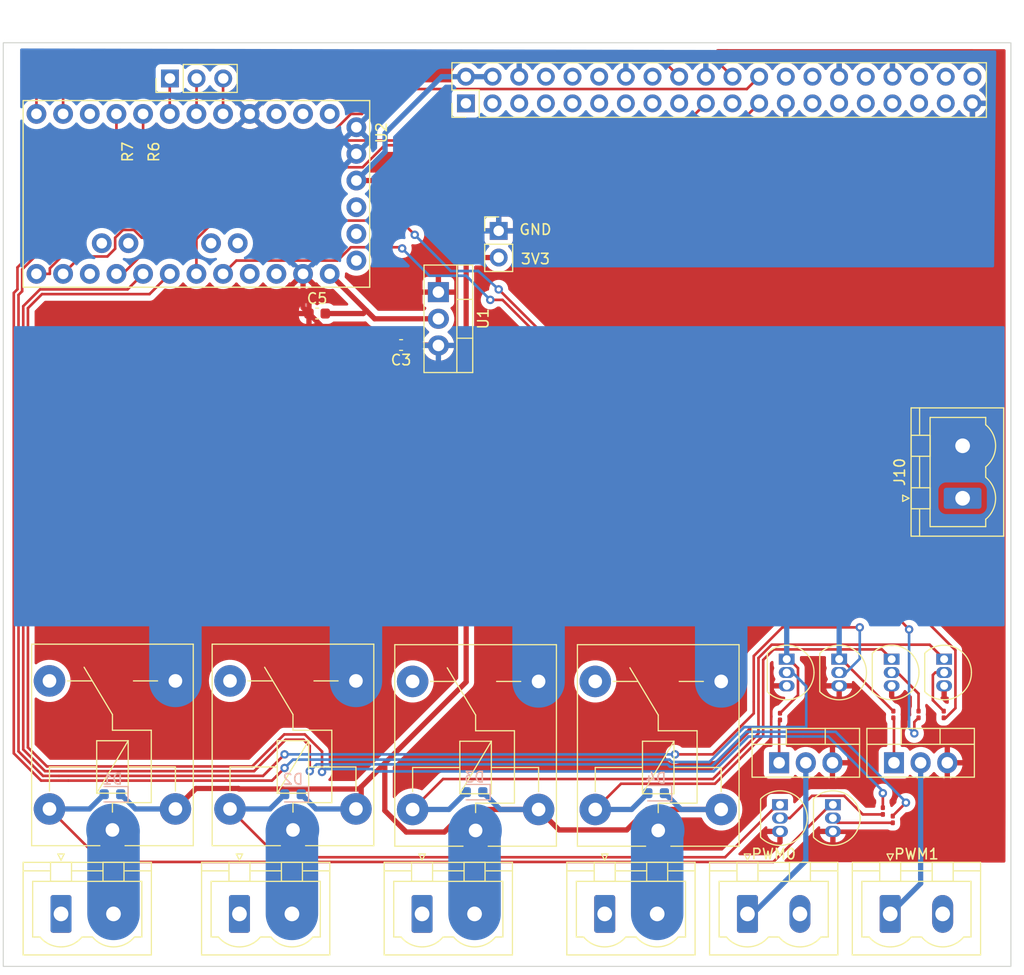
<source format=kicad_pcb>
(kicad_pcb (version 20211014) (generator pcbnew)
  (layers (0 "F.Cu" signal) (31 "B.Cu" signal) (34 "B.Paste" user) (35 "F.Paste" user) (36 "B.SilkS" user "B.Silkscreen") (37 "F.SilkS" user "F.Silkscreen") (38 "B.Mask" user) (39 "F.Mask" user) (44 "Edge.Cuts" user))
  (net 0 "")
  (net 1 "GND")
  (net 2 "+3.3V")
  (net 3 "+12V")
  (net 4 "VDC")
  (net 6 "/RST")
  (net 7 "Net-(D1-Pad2)")
  (net 8 "Net-(D2-Pad2)")
  (net 9 "Net-(D3-Pad2)")
  (net 10 "Net-(D4-Pad2)")
  (net 14 "/CS")
  (net 15 "/DC")
  (net 16 "/CLK")
  (net 17 "/DIN")
  (net 22 "/Relays/RELAY_12V_OUT")
  (net 24 "/Relays1/RELAY_12V_OUT")
  (net 26 "/Relays2/RELAY_12V_OUT")
  (net 28 "/Relays3/RELAY_12V_OUT")
  (net 29 "Net-(J6-Pad1)")
  (net 31 "Net-(J7-Pad1)")
  (net 33 "/ENC_A")
  (net 34 "/ENC_B")
  (net 35 "/ENC_SW")
  (net 40 "Net-(Q1-Pad2)")
  (net 41 "Net-(Q2-Pad2)")
  (net 42 "Net-(Q3-Pad1)")
  (net 43 "Net-(Q4-Pad1)")
  (net 44 "Net-(Q5-Pad2)")
  (net 45 "Net-(Q6-Pad2)")
  (net 46 "Net-(Q7-Pad2)")
  (net 47 "Net-(Q8-Pad2)")
  (net 48 "/PWM_0")
  (net 49 "/PWM_1")
  (net 50 "/RELAY_0")
  (net 51 "/RELAY_1")
  (net 52 "/RELAY_2")
  (net 58 "/RELAY_3")
  (footprint "Resistor_SMD:R_0201_0603Metric" (layer "F.Cu") (at 198.8 113 -90)
    (fp_text reference "R9")
    (fp_text value "10k")
  )
  (footprint "Connector_Phoenix_MSTB:PhoenixContact_MSTBVA_2,5_2-G_1x02_P5.00mm_Vertical" (layer "F.Cu") (at 171.3 132)
    (fp_text reference "J5")
    (fp_text value "Conn_01x02_Male")
  )
  (footprint "Connector_Phoenix_MSTB:PhoenixContact_MSTBVA_2,5_2-G_1x02_P5.00mm_Vertical" (layer "F.Cu") (at 119.5 132)
    (fp_text reference "J2")
    (fp_text value "Conn_01x02_Male")
  )
  (footprint "Connector_Phoenix_MSTB:PhoenixContact_MSTBVA_2,5_2-G_1x02_P5.00mm_Vertical" (layer "F.Cu") (at 136.5 132)
    (fp_text reference "J3")
    (fp_text value "Conn_01x02_Male")
  )
  (footprint "Connector_Phoenix_MSTB:PhoenixContact_MSTBVA_2,5_2-G_1x02_P5.00mm_Vertical" (layer "F.Cu") (at 184.9 132)
    (fp_text reference "J6")
    (fp_text value "Conn_01x02_Male")
  )
  (footprint "Package_TO_SOT_THT:TO-220-3_Vertical" (layer "F.Cu") (at 155.455 72.76 -90)
    (fp_text reference "U1")
    (fp_text value "LM1085-12")
  )
  (footprint "Package_TO_SOT_THT:TO-220-3_Vertical" (layer "F.Cu") (at 187.92 117.6)
    (fp_text reference "Q3")
    (fp_text value "IRLZ44N")
  )
  (footprint "Capacitor_SMD:C_0603_1608Metric" (layer "F.Cu") (at 143.9 74.8)
    (fp_text reference "C5")
    (fp_text value "10u")
  )
  (footprint "Resistor_SMD:R_0201_0603Metric" (layer "F.Cu") (at 201.2 113 90)
    (fp_text reference "R13")
    (fp_text value "1k")
  )
  (footprint "Resistor_SMD:R_0201_0603Metric" (layer "F.Cu") (at 124.8 59.4 -90)
    (fp_text reference "R7")
    (fp_text value "10k")
  )
  (footprint "Connector_PinHeader_2.54mm:PinHeader_2x20_P2.54mm_Vertical" (layer "F.Cu") (at 158.075 54.775 90)
    (fp_text reference "J1")
    (fp_text value "Conn_02x20_Odd_Even")
  )
  (footprint "Resistor_SMD:R_0201_0603Metric" (layer "F.Cu") (at 203.6 113 90)
    (fp_text reference "R12")
    (fp_text value "1k")
  )
  (footprint "Connector_Phoenix_MSTB:PhoenixContact_MSTBVA_2,5_2-G_1x02_P5.00mm_Vertical" (layer "F.Cu") (at 198.5 132)
    (fp_text reference "J7")
    (fp_text value "Conn_01x02_Male")
  )
  (footprint "Relay_THT:Relay_SPDT_Finder_36.11" (layer "F.Cu") (at 159 124.05 90)
    (fp_text reference "K3")
    (fp_text value "FINDER-36.11")
  )
  (footprint "arduino_pro_mini:MODULE_ARDUINO_PRO_MINI" (layer "F.Cu") (at 132.4 63.4 -90)
    (fp_text reference "U2")
    (fp_text value "ARDUINO_PRO_MINI")
  )
  (footprint "Connector_Phoenix_MSTB:PhoenixContact_MSTBVA_2,5_2-G_1x02_P5.00mm_Vertical" (layer "F.Cu") (at 205.4 92.4 90)
    (fp_text reference "J10")
    (fp_text value "Conn_01x02_Male")
  )
  (footprint "Package_TO_SOT_THT:TO-92_Inline" (layer "F.Cu") (at 188.64 107.73 -90)
    (fp_text reference "Q2")
    (fp_text value "BC547")
  )
  (footprint "Resistor_SMD:R_0201_0603Metric" (layer "F.Cu") (at 127.3 59.4 -90)
    (fp_text reference "R6")
    (fp_text value "10k")
  )
  (footprint "Resistor_SMD:R_0201_0603Metric" (layer "F.Cu") (at 188 113.2 -90)
    (fp_text reference "R8")
    (fp_text value "10k")
  )
  (footprint "Package_TO_SOT_THT:TO-92_Inline" (layer "F.Cu") (at 188 121.6 -90)
    (fp_text reference "Q6")
    (fp_text value "BC547")
  )
  (footprint "Connector_PinHeader_2.54mm:PinHeader_1x02_P2.54mm_Vertical" (layer "F.Cu") (at 161.2 66.925)
    (fp_text reference "J9")
    (fp_text value "Conn_01x02_Male")
  )
  (footprint "Resistor_SMD:R_0201_0603Metric" (layer "F.Cu") (at 197.8 122.2 -90)
    (fp_text reference "R11")
    (fp_text value "1k")
  )
  (footprint "Resistor_SMD:R_0201_0603Metric" (layer "F.Cu") (at 198.745 123 -90)
    (fp_text reference "R10")
    (fp_text value "1k")
  )
  (footprint "Capacitor_SMD:C_0603_1608Metric" (layer "F.Cu") (at 151.9 77.8 180)
    (fp_text reference "C3")
    (fp_text value "10u")
  )
  (footprint "Package_TO_SOT_THT:TO-220-3_Vertical" (layer "F.Cu") (at 198.86 117.6)
    (fp_text reference "Q4")
    (fp_text value "IRLZ44N")
  )
  (footprint "Package_TO_SOT_THT:TO-92_Inline" (layer "F.Cu") (at 198.64 107.73 -90)
    (fp_text reference "Q8")
    (fp_text value "BC547")
  )
  (footprint "Connector_PinHeader_2.54mm:PinHeader_1x03_P2.54mm_Vertical" (layer "F.Cu") (at 129.875 52.4 90)
    (fp_text reference "J8")
    (fp_text value "Conn_01x03_Male")
  )
  (footprint "Package_TO_SOT_THT:TO-92_Inline" (layer "F.Cu") (at 193.04 121.6 -90)
    (fp_text reference "Q5")
    (fp_text value "BC547")
  )
  (footprint "Package_TO_SOT_THT:TO-92_Inline" (layer "F.Cu") (at 193.64 107.73 -90)
    (fp_text reference "Q1")
    (fp_text value "BC547")
  )
  (footprint "Relay_THT:Relay_SPDT_Finder_36.11" (layer "F.Cu") (at 141.6 124 90)
    (fp_text reference "K2")
    (fp_text value "FINDER-36.11")
  )
  (footprint "Package_TO_SOT_THT:TO-92_Inline" (layer "F.Cu") (at 203.64 107.73 -90)
    (fp_text reference "Q7")
    (fp_text value "BC547")
  )
  (footprint "Relay_THT:Relay_SPDT_Finder_36.11" (layer "F.Cu") (at 176.4 124.05 90)
    (fp_text reference "K4")
    (fp_text value "FINDER-36.11")
  )
  (footprint "Relay_THT:Relay_SPDT_Finder_36.11" (layer "F.Cu") (at 124.4 124 90)
    (fp_text reference "K1")
    (fp_text value "FINDER-36.11")
  )
  (footprint "Connector_Phoenix_MSTB:PhoenixContact_MSTBVA_2,5_2-G_1x02_P5.00mm_Vertical" (layer "F.Cu") (at 153.9 132)
    (fp_text reference "J4")
    (fp_text value "Conn_01x02_Male")
  )
  (footprint "Diode_SMD:D_0603_1608Metric" (layer "B.Cu") (at 158.9 120.4 180)
    (fp_text reference "D3")
    (fp_text value "D")
  )
  (footprint "Diode_SMD:D_0603_1608Metric" (layer "B.Cu") (at 124.4 120.6 180)
    (fp_text reference "D1")
    (fp_text value "D")
  )
  (footprint "Diode_SMD:D_0603_1608Metric" (layer "B.Cu") (at 141.6 120.6 180)
    (fp_text reference "D2")
    (fp_text value "D")
  )
  (footprint "Diode_SMD:D_0603_1608Metric" (layer "B.Cu") (at 176.2 120.5 180)
    (fp_text reference "D4")
    (fp_text value "D")
  )
  (gr_rect locked (start 114 49) (end 210 137) (layer "Edge.Cuts") (width 0.1) (fill none))
  (gr_text "GND" (at 164.7 66.8) (layer "F.SilkS") (effects (font (size 1 1))))
  (gr_text "3V3" (at 164.7 69.6) (layer "F.SilkS") (effects (font (size 1 1))))
  (gr_text "PWM1" (at 201 126.3) (layer "F.SilkS") (effects (font (size 1 1))))
  (gr_text "PWM0" (at 187.4 126.3) (layer "F.SilkS") (effects (font (size 1 1))))
  (segment (start 142.56 71.02) (end 142.56 74.235) (width 0.5) (layer "F.Cu") (net 1))
  (segment (start 151.125 77.8) (end 146.125 77.8) (width 0.5) (layer "F.Cu") (net 1))
  (segment (start 146.125 77.8) (end 143.125 74.8) (width 0.5) (layer "F.Cu") (net 1))
  (segment (start 205.4 92.4) (end 201.6 92.4) (width 5) (layer "F.Cu") (net 1))
  (segment (start 142.56 74.235) (end 143.125 74.8) (width 0.5) (layer "F.Cu") (net 1))
  (segment (start 150.73 62.13) (end 158.1 69.5) (width 0.5) (layer "F.Cu") (net 2))
  (segment (start 136.457717 120.1) (end 136.407717 120.05) (width 0.5) (layer "F.Cu") (net 2))
  (segment (start 150.35 117.65) (end 148.1 119.9) (width 0.5) (layer "F.Cu") (net 2))
  (segment (start 148.1 119.9) (end 147.9 120.1) (width 0.5) (layer "F.Cu") (net 2))
  (segment (start 148.1 121.5) (end 147.6 122) (width 0.5) (layer "F.Cu") (net 2))
  (segment (start 132.35 120.05) (end 130.4 122) (width 0.5) (layer "F.Cu") (net 2))
  (segment (start 158.1 69.5) (end 158.1 109.9) (width 0.5) (layer "F.Cu") (net 2))
  (segment (start 152.392283 124.2) (end 156.025 124.2) (width 0.5) (layer "F.Cu") (net 2))
  (segment (start 147.9 120.1) (end 136.457717 120.1) (width 0.5) (layer "F.Cu") (net 2))
  (segment (start 158.175 122.05) (end 165 122.05) (width 0.5) (layer "F.Cu") (net 2))
  (segment (start 166.95 124) (end 173.4 124) (width 0.5) (layer "F.Cu") (net 2))
  (segment (start 156.025 124.2) (end 158.175 122.05) (width 0.5) (layer "F.Cu") (net 2))
  (segment (start 150.35 122.157717) (end 152.392283 124.2) (width 0.5) (layer "F.Cu") (net 2))
  (segment (start 158.135 69.465) (end 161.2 69.465) (width 0.5) (layer "F.Cu") (net 2))
  (segment (start 147.64 62.13) (end 150.73 62.13) (width 0.5) (layer "F.Cu") (net 2))
  (segment (start 173.4 124) (end 175.35 122.05) (width 0.5) (layer "F.Cu") (net 2))
  (segment (start 165 122.05) (end 166.95 124) (width 0.5) (layer "F.Cu") (net 2))
  (segment (start 150.35 117.65) (end 150.35 122.157717) (width 0.5) (layer "F.Cu") (net 2))
  (segment (start 175.35 122.05) (end 182.4 122.05) (width 0.5) (layer "F.Cu") (net 2))
  (segment (start 158.1 69.5) (end 158.135 69.465) (width 0.5) (layer "F.Cu") (net 2))
  (segment (start 148.1 119.9) (end 148.1 121.5) (width 0.5) (layer "F.Cu") (net 2))
  (segment (start 136.407717 120.05) (end 132.35 120.05) (width 0.5) (layer "F.Cu") (net 2))
  (segment (start 158.1 109.9) (end 150.35 117.65) (width 0.5) (layer "F.Cu") (net 2))
  (segment (start 178.57193 122.05) (end 182.4 122.05) (width 0.5) (layer "B.Cu") (net 2))
  (segment (start 159.6875 120.4) (end 161.3375 122.05) (width 0.5) (layer "B.Cu") (net 2))
  (segment (start 155.765 52.235) (end 158.075 52.235) (width 0.5) (layer "B.Cu") (net 2))
  (segment (start 160.615 52.235) (end 158.075 52.235) (width 0.5) (layer "B.Cu") (net 2))
  (segment (start 150.375 59.395) (end 150.375 57.625) (width 0.5) (layer "B.Cu") (net 2))
  (segment (start 161.3375 122.05) (end 165 122.05) (width 0.5) (layer "B.Cu") (net 2))
  (segment (start 147.64 62.13) (end 150.375 59.395) (width 0.5) (layer "B.Cu") (net 2))
  (segment (start 126.5875 122) (end 130.4 122) (width 0.5) (layer "B.Cu") (net 2))
  (segment (start 150.375 57.625) (end 155.765 52.235) (width 0.5) (layer "B.Cu") (net 2))
  (segment (start 143.7875 122) (end 147.6 122) (width 0.5) (layer "B.Cu") (net 2))
  (segment (start 125.1875 120.6) (end 126.5875 122) (width 0.5) (layer "B.Cu") (net 2))
  (segment (start 177.02193 120.5) (end 178.57193 122.05) (width 0.5) (layer "B.Cu") (net 2))
  (segment (start 176.9875 120.5) (end 177.02193 120.5) (width 0.5) (layer "B.Cu") (net 2))
  (segment (start 142.3875 120.6) (end 143.7875 122) (width 0.5) (layer "B.Cu") (net 2))
  (segment (start 145.1 71.02) (end 148.59 74.51) (width 0.5) (layer "F.Cu") (net 3))
  (segment (start 144.675 74.8) (end 148.3 74.8) (width 0.5) (layer "F.Cu") (net 3))
  (segment (start 148.3 74.8) (end 148.59 74.51) (width 0.5) (layer "F.Cu") (net 3))
  (segment (start 149.38 75.3) (end 155.455 75.3) (width 0.5) (layer "F.Cu") (net 3))
  (segment (start 148.59 74.51) (end 149.38 75.3) (width 0.5) (layer "F.Cu") (net 3))
  (segment (start 155.415 77.8) (end 155.455 77.84) (width 0.5) (layer "F.Cu") (net 4))
  (segment (start 189.715 108.58) (end 188.865 107.73) (width 0.25) (layer "F.Cu") (net 4))
  (segment (start 152.675 77.8) (end 155.415 77.8) (width 0.5) (layer "F.Cu") (net 4))
  (segment (start 198.8 112.68) (end 193.85 107.73) (width 0.25) (layer "F.Cu") (net 4))
  (segment (start 189.715 111.165) (end 189.715 108.58) (width 0.25) (layer "F.Cu") (net 4))
  (segment (start 188.865 107.73) (end 188.64 107.73) (width 0.25) (layer "F.Cu") (net 4))
  (segment (start 188 112.88) (end 189.715 111.165) (width 0.25) (layer "F.Cu") (net 4))
  (segment (start 193.85 107.73) (end 193.64 107.73) (width 0.25) (layer "F.Cu") (net 4))
  (segment (start 130.4 101.2) (end 130.4 109.8) (width 5) (layer "B.Cu") (net 4))
  (segment (start 182.4 99) (end 165.6 99) (width 5) (layer "B.Cu") (net 4))
  (segment (start 165 109.85) (end 165 99.6) (width 5) (layer "B.Cu") (net 4))
  (segment (start 182.4 109.85) (end 182.4 99) (width 5) (layer "B.Cu") (net 4))
  (segment (start 130.4 101.2) (end 132.6 99) (width 5) (layer "B.Cu") (net 4))
  (segment (start 165.6 99) (end 132.6 99) (width 5) (layer "B.Cu") (net 4))
  (segment (start 193.64 107.73) (end 193.64 104.04) (width 0.5) (layer "B.Cu") (net 4))
  (segment (start 205.4 87.4) (end 202.5 87.4) (width 5) (layer "B.Cu") (net 4))
  (segment (start 188.64 107.73) (end 188.64 104.04) (width 0.5) (layer "B.Cu") (net 4))
  (segment (start 165 99.6) (end 165.6 99) (width 5) (layer "B.Cu") (net 4))
  (segment (start 147.6 109.8) (end 147.6 101.2) (width 5) (layer "B.Cu") (net 4))
  (segment (start 120 50.2) (end 181.44 50.2) (width 0.25) (layer "F.Cu") (net 6))
  (segment (start 117.16 53.04) (end 120 50.2) (width 0.25) (layer "F.Cu") (net 6))
  (segment (start 181.44 50.2) (end 183.475 52.235) (width 0.25) (layer "F.Cu") (net 6))
  (segment (start 117.16 55.78) (end 117.16 53.04) (width 0.25) (layer "F.Cu") (net 6))
  (segment (start 123.45 127.05) (end 118.4 122) (width 0.25) (layer "F.Cu") (net 7))
  (segment (start 193.04 121.6) (end 192.815 121.6) (width 0.25) (layer "F.Cu") (net 7))
  (segment (start 192.815 121.6) (end 187.365 127.05) (width 0.25) (layer "F.Cu") (net 7))
  (segment (start 187.365 127.05) (end 123.45 127.05) (width 0.25) (layer "F.Cu") (net 7))
  (segment (start 123.6125 120.6) (end 122.2125 122) (width 0.5) (layer "B.Cu") (net 7))
  (segment (start 122.2125 122) (end 118.4 122) (width 0.5) (layer "B.Cu") (net 7))
  (segment (start 140.2 126.6) (end 135.6 122) (width 0.25) (layer "F.Cu") (net 8))
  (segment (start 182.775 126.6) (end 140.2 126.6) (width 0.25) (layer "F.Cu") (net 8))
  (segment (start 188 121.6) (end 187.775 121.6) (width 0.25) (layer "F.Cu") (net 8))
  (segment (start 187.775 121.6) (end 182.775 126.6) (width 0.25) (layer "F.Cu") (net 8))
  (segment (start 140.8125 120.6) (end 139.4125 122) (width 0.5) (layer "B.Cu") (net 8))
  (segment (start 139.4125 122) (end 135.6 122) (width 0.5) (layer "B.Cu") (net 8))
  (segment (start 181.613604 119.15) (end 155.9 119.15) (width 0.25) (layer "F.Cu") (net 9))
  (segment (start 185.95 107.613604) (end 185.95 114.813604) (width 0.25) (layer "F.Cu") (net 9))
  (segment (start 202.26 106.35) (end 187.213604 106.35) (width 0.25) (layer "F.Cu") (net 9))
  (segment (start 155.9 119.15) (end 153 122.05) (width 0.25) (layer "F.Cu") (net 9))
  (segment (start 185.95 114.813604) (end 181.613604 119.15) (width 0.25) (layer "F.Cu") (net 9))
  (segment (start 203.64 107.73) (end 202.26 106.35) (width 0.25) (layer "F.Cu") (net 9))
  (segment (start 187.213604 106.35) (end 185.95 107.613604) (width 0.25) (layer "F.Cu") (net 9))
  (segment (start 156.4625 122.05) (end 153 122.05) (width 0.5) (layer "B.Cu") (net 9))
  (segment (start 158.1125 120.4) (end 156.4625 122.05) (width 0.5) (layer "B.Cu") (net 9))
  (segment (start 172.85 119.6) (end 170.4 122.05) (width 0.25) (layer "F.Cu") (net 10))
  (segment (start 186.4 107.8) (end 186.4 115) (width 0.25) (layer "F.Cu") (net 10))
  (segment (start 197.71 106.8) (end 187.4 106.8) (width 0.25) (layer "F.Cu") (net 10))
  (segment (start 186.4 115) (end 181.8 119.6) (width 0.25) (layer "F.Cu") (net 10))
  (segment (start 181.8 119.6) (end 172.85 119.6) (width 0.25) (layer "F.Cu") (net 10))
  (segment (start 187.4 106.8) (end 186.4 107.8) (width 0.25) (layer "F.Cu") (net 10))
  (segment (start 198.64 107.73) (end 197.71 106.8) (width 0.25) (layer "F.Cu") (net 10))
  (segment (start 175.4125 120.5) (end 173.8625 122.05) (width 0.5) (layer "B.Cu") (net 10))
  (segment (start 173.8625 122.05) (end 170.4 122.05) (width 0.5) (layer "B.Cu") (net 10))
  (segment (start 140.7 62.2) (end 140.701302 62.2) (width 0.25) (layer "F.Cu") (net 14))
  (segment (start 128.002106 67.125102) (end 132.627208 62.5) (width 0.25) (layer "F.Cu") (net 14))
  (segment (start 132.627208 62.5) (end 140.3 62.5) (width 0.25) (layer "F.Cu") (net 14))
  (segment (start 127.374196 67.125102) (end 128.002106 67.125102) (width 0.25) (layer "F.Cu") (net 14))
  (segment (start 140.701302 62.2) (end 147.116102 55.7852) (width 0.25) (layer "F.Cu") (net 14))
  (segment (start 118.4352 71.02) (end 118.4352 70.496102) (width 0.25) (layer "F.Cu") (net 14))
  (segment (start 117.16 71.02) (end 118.4352 71.02) (width 0.25) (layer "F.Cu") (net 14))
  (segment (start 184.84 53.41) (end 186.015 52.235) (width 0.25) (layer "F.Cu") (net 14))
  (segment (start 118.4352 70.496102) (end 122.547102 66.3842) (width 0.25) (layer "F.Cu") (net 14))
  (segment (start 140.4 62.5) (end 140.7 62.2) (width 0.25) (layer "F.Cu") (net 14))
  (segment (start 150.539098 53.41) (end 184.84 53.41) (width 0.25) (layer "F.Cu") (net 14))
  (segment (start 126.633294 66.3842) (end 127.374196 67.125102) (width 0.25) (layer "F.Cu") (net 14))
  (segment (start 147.116102 55.7852) (end 148.163898 55.7852) (width 0.25) (layer "F.Cu") (net 14))
  (segment (start 122.547102 66.3842) (end 126.633294 66.3842) (width 0.25) (layer "F.Cu") (net 14))
  (segment (start 148.163898 55.7852) (end 150.539098 53.41) (width 0.25) (layer "F.Cu") (net 14))
  (segment (start 176.81 50.65) (end 178.395 52.235) (width 0.25) (layer "F.Cu") (net 15))
  (segment (start 119.7 53.35) (end 122.4 50.65) (width 0.25) (layer "F.Cu") (net 15))
  (segment (start 122.4 50.65) (end 176.81 50.65) (width 0.25) (layer "F.Cu") (net 15))
  (segment (start 119.7 55.78) (end 119.7 53.35) (width 0.25) (layer "F.Cu") (net 15))
  (segment (start 148.2348 60.8652) (end 150.3352 58.7648) (width 0.25) (layer "F.Cu") (net 16))
  (segment (start 183.94 56.85) (end 186.015 54.775) (width 0.25) (layer "F.Cu") (net 16))
  (segment (start 125.38 71.02) (end 133 63.4) (width 0.25) (layer "F.Cu") (net 16))
  (segment (start 156.686396 56.85) (end 183.94 56.85) (width 0.25) (layer "F.Cu") (net 16))
  (segment (start 140.774094 63.4) (end 143.308894 60.8652) (width 0.25) (layer "F.Cu") (net 16))
  (segment (start 133 63.4) (end 140.774094 63.4) (width 0.25) (layer "F.Cu") (net 16))
  (segment (start 143.308894 60.8652) (end 148.2348 60.8652) (width 0.25) (layer "F.Cu") (net 16))
  (segment (start 150.3352 58.7648) (end 154.771596 58.7648) (width 0.25) (layer "F.Cu") (net 16))
  (segment (start 124.78 71.02) (end 125.38 71.02) (width 0.25) (layer "F.Cu") (net 16))
  (segment (start 154.771596 58.7648) (end 156.686396 56.85) (width 0.25) (layer "F.Cu") (net 16))
  (segment (start 132.813604 62.95) (end 140.587698 62.95) (width 0.25) (layer "F.Cu") (net 17))
  (segment (start 124.6582 68.622898) (end 124.6582 67.575102) (width 0.25) (layer "F.Cu") (net 17))
  (segment (start 119.7 71.02) (end 121.3562 69.3638) (width 0.25) (layer "F.Cu") (net 17))
  (segment (start 121.3562 69.3638) (end 123.917298 69.3638) (width 0.25) (layer "F.Cu") (net 17))
  (segment (start 123.917298 69.3638) (end 124.6582 68.622898) (width 0.25) (layer "F.Cu") (net 17))
  (segment (start 128.188502 67.575102) (end 132.813604 62.95) (width 0.25) (layer "F.Cu") (net 17))
  (segment (start 154.5852 58.3148) (end 156.5 56.4) (width 0.25) (layer "F.Cu") (net 17))
  (segment (start 124.6582 67.575102) (end 125.399102 66.8342) (width 0.25) (layer "F.Cu") (net 17))
  (segment (start 140.587698 62.95) (end 145.222898 58.3148) (width 0.25) (layer "F.Cu") (net 17))
  (segment (start 145.222898 58.3148) (end 154.5852 58.3148) (width 0.25) (layer "F.Cu") (net 17))
  (segment (start 156.5 56.4) (end 179.31 56.4) (width 0.25) (layer "F.Cu") (net 17))
  (segment (start 125.399102 66.8342) (end 126.446898 66.8342) (width 0.25) (layer "F.Cu") (net 17))
  (segment (start 127.1878 67.575102) (end 128.188502 67.575102) (width 0.25) (layer "F.Cu") (net 17))
  (segment (start 126.446898 66.8342) (end 127.1878 67.575102) (width 0.25) (layer "F.Cu") (net 17))
  (segment (start 179.31 56.4) (end 180.935 54.775) (width 0.25) (layer "F.Cu") (net 17))
  (segment (start 124.5 132) (end 124.5 124.1) (width 5) (layer "B.Cu") (net 22))
  (segment (start 124.5 124.1) (end 124.4 124) (width 5) (layer "B.Cu") (net 22))
  (segment (start 141.5 124.1) (end 141.6 124) (width 5) (layer "B.Cu") (net 24))
  (segment (start 141.5 132) (end 141.5 124.1) (width 5) (layer "B.Cu") (net 24))
  (segment (start 158.9 124.15) (end 159 124.05) (width 5) (layer "B.Cu") (net 26))
  (segment (start 158.9 132) (end 158.9 124.15) (width 5) (layer "B.Cu") (net 26))
  (segment (start 176.3 132) (end 176.3 124.15) (width 5) (layer "B.Cu") (net 28))
  (segment (start 176.3 124.15) (end 176.4 124.05) (width 5) (layer "B.Cu") (net 28))
  (segment (start 184.9 132) (end 185.4 132) (width 0.5) (layer "B.Cu") (net 29))
  (segment (start 190.46 126.94) (end 190.46 117.6) (width 0.5) (layer "B.Cu") (net 29))
  (segment (start 185.4 132) (end 190.46 126.94) (width 0.5) (layer "B.Cu") (net 29))
  (segment (start 201.4 129.1) (end 198.5 132) (width 0.5) (layer "B.Cu") (net 31))
  (segment (start 201.4 117.6) (end 201.4 129.1) (width 0.5) (layer "B.Cu") (net 31))
  (segment (start 132.415 55.765) (end 132.4 55.78) (width 0.25) (layer "F.Cu") (net 33))
  (segment (start 132.415 52.6) (end 132.415 55.765) (width 0.25) (layer "F.Cu") (net 33))
  (segment (start 129.86 52.615) (end 129.875 52.6) (width 0.25) (layer "F.Cu") (net 34))
  (segment (start 129.86 55.78) (end 129.86 52.615) (width 0.25) (layer "F.Cu") (net 34))
  (segment (start 134.94 52.615) (end 134.955 52.6) (width 0.25) (layer "F.Cu") (net 35))
  (segment (start 134.94 55.78) (end 134.94 52.615) (width 0.25) (layer "F.Cu") (net 35))
  (segment (start 117.786396 118.85) (end 119.3 118.85) (width 0.25) (layer "F.Cu") (net 40))
  (segment (start 126.671302 59.72) (end 115.8 70.591302) (width 0.25) (layer "F.Cu") (net 40))
  (segment (start 185.5 112.9) (end 185.5 111.8) (width 0.25) (layer "F.Cu") (net 40))
  (segment (start 188.227208 104.7) (end 195.6 104.7) (width 0.25) (layer "F.Cu") (net 40))
  (segment (start 185.5 107.427208) (end 188.227208 104.7) (width 0.25) (layer "F.Cu") (net 40))
  (segment (start 178 116.8) (end 181.6 116.8) (width 0.25) (layer "F.Cu") (net 40))
  (segment (start 127.3 59.72) (end 126.671302 59.72) (width 0.25) (layer "F.Cu") (net 40))
  (segment (start 181.6 116.8) (end 185.5 112.9) (width 0.25) (layer "F.Cu") (net 40))
  (segment (start 115.8 72.672792) (end 115.45 73.022792) (width 0.25) (layer "F.Cu") (net 40))
  (segment (start 115.45 73.022792) (end 115.45 116.513604) (width 0.25) (layer "F.Cu") (net 40))
  (segment (start 138.75 118.85) (end 140.8 116.8) (width 0.25) (layer "F.Cu") (net 40))
  (segment (start 185.5 111.8) (end 185.5 107.427208) (width 0.25) (layer "F.Cu") (net 40))
  (segment (start 115.45 116.513604) (end 117.786396 118.85) (width 0.25) (layer "F.Cu") (net 40))
  (segment (start 115.8 70.591302) (end 115.8 72.672792) (width 0.25) (layer "F.Cu") (net 40))
  (segment (start 119.3 118.85) (end 138.75 118.85) (width 0.25) (layer "F.Cu") (net 40))
  (via (at 195.6 104.7) (size 0.8) (drill 0.4) (layers "F.Cu" "B.Cu") (net 40))
  (via (at 178 116.8) (size 0.8) (drill 0.4) (layers "F.Cu" "B.Cu") (net 40))
  (via (at 140.8 116.8) (size 0.8) (drill 0.4) (layers "F.Cu" "B.Cu") (net 40))
  (segment (start 195.6 107.695) (end 194.295 109) (width 0.25) (layer "B.Cu") (net 40))
  (segment (start 194.295 109) (end 193.64 109) (width 0.25) (layer "B.Cu") (net 40))
  (segment (start 140.8 116.8) (end 178 116.8) (width 0.25) (layer "B.Cu") (net 40))
  (segment (start 195.6 104.7) (end 195.6 107.695) (width 0.25) (layer "B.Cu") (net 40))
  (segment (start 120.2 119.3) (end 139.6 119.3) (width 0.25) (layer "F.Cu") (net 41))
  (segment (start 124.8 59.72) (end 124.8 60.954906) (width 0.25) (layer "F.Cu") (net 41))
  (segment (start 139.6 119.3) (end 140.8 118.1) (width 0.25) (layer "F.Cu") (net 41))
  (segment (start 115.35 70.404906) (end 115.35 72.486396) (width 0.25) (layer "F.Cu") (net 41))
  (segment (start 115 116.7) (end 117.6 119.3) (width 0.25) (layer "F.Cu") (net 41))
  (segment (start 124.8 60.954906) (end 115.35 70.404906) (width 0.25) (layer "F.Cu") (net 41))
  (segment (start 115 72.836396) (end 115 116.7) (width 0.25) (layer "F.Cu") (net 41))
  (segment (start 117.6 119.3) (end 120.2 119.3) (width 0.25) (layer "F.Cu") (net 41))
  (segment (start 115.35 72.486396) (end 115 72.836396) (width 0.25) (layer "F.Cu") (net 41))
  (via (at 140.8 118.1) (size 0.8) (drill 0.4) (layers "F.Cu" "B.Cu") (net 41))
  (segment (start 141.6 117.3) (end 177.474695 117.3) (width 0.25) (layer "B.Cu") (net 41))
  (segment (start 190.245 110.055) (end 189.19 109) (width 0.25) (layer "B.Cu") (net 41))
  (segment (start 177.474695 117.3) (end 177.699695 117.525) (width 0.25) (layer "B.Cu") (net 41))
  (segment (start 140.8 118.1) (end 141.6 117.3) (width 0.25) (layer "B.Cu") (net 41))
  (segment (start 177.699695 117.525) (end 181.275 117.525) (width 0.25) (layer "B.Cu") (net 41))
  (segment (start 190.5 110.31) (end 190.245 110.055) (width 0.25) (layer "B.Cu") (net 41))
  (segment (start 184.6 114.2) (end 190.5 114.2) (width 0.25) (layer "B.Cu") (net 41))
  (segment (start 190.5 114.2) (end 190.5 110.31) (width 0.25) (layer "B.Cu") (net 41))
  (segment (start 181.275 117.525) (end 184.6 114.2) (width 0.25) (layer "B.Cu") (net 41))
  (segment (start 189.19 109) (end 188.64 109) (width 0.25) (layer "B.Cu") (net 41))
  (segment (start 187.92 113.6) (end 187.92 117.6) (width 0.25) (layer "F.Cu") (net 42))
  (segment (start 188 113.52) (end 187.92 113.6) (width 0.25) (layer "F.Cu") (net 42))
  (segment (start 198.8 113.32) (end 198.86 113.38) (width 0.25) (layer "F.Cu") (net 43))
  (segment (start 198.86 113.38) (end 198.86 117.6) (width 0.25) (layer "F.Cu") (net 43))
  (segment (start 193.49 123.32) (end 193.04 122.87) (width 0.25) (layer "F.Cu") (net 44))
  (segment (start 198.745 123.32) (end 193.49 123.32) (width 0.25) (layer "F.Cu") (net 44))
  (segment (start 194.115 120.75) (end 191.05 120.75) (width 0.25) (layer "F.Cu") (net 45))
  (segment (start 197.8 122.52) (end 195.885 122.52) (width 0.25) (layer "F.Cu") (net 45))
  (segment (start 195.885 122.52) (end 194.115 120.75) (width 0.25) (layer "F.Cu") (net 45))
  (segment (start 191.05 120.75) (end 188.93 122.87) (width 0.25) (layer "F.Cu") (net 45))
  (segment (start 188.93 122.87) (end 188 122.87) (width 0.25) (layer "F.Cu") (net 45))
  (segment (start 203.6 112.68) (end 202.565 111.645) (width 0.25) (layer "F.Cu") (net 46))
  (segment (start 202.565 109.235) (end 202.8 109) (width 0.25) (layer "F.Cu") (net 46))
  (segment (start 202.565 111.645) (end 202.565 109.235) (width 0.25) (layer "F.Cu") (net 46))
  (segment (start 202.8 109) (end 203.64 109) (width 0.25) (layer "F.Cu") (net 46))
  (segment (start 199.19 109) (end 198.64 109) (width 0.25) (layer "F.Cu") (net 47))
  (segment (start 201.2 111.01) (end 199.19 109) (width 0.25) (layer "F.Cu") (net 47))
  (segment (start 201.2 112.68) (end 201.2 111.01) (width 0.25) (layer "F.Cu") (net 47))
  (segment (start 127.32 59) (end 127.32 55.78) (width 0.25) (layer "F.Cu") (net 48))
  (segment (start 124.78 58.96) (end 124.78 55.78) (width 0.25) (layer "F.Cu") (net 49))
  (segment (start 118.6 118.4) (end 137.9 118.4) (width 0.25) (layer "F.Cu") (net 50))
  (segment (start 115.9 74.1) (end 115.9 116.327208) (width 0.25) (layer "F.Cu") (net 50))
  (segment (start 127.32 71.02) (end 125.84 72.5) (width 0.25) (layer "F.Cu") (net 50))
  (segment (start 143.2 116) (end 143.2 118.4) (width 0.25) (layer "F.Cu") (net 50))
  (segment (start 198.745 122.655) (end 200 121.4) (width 0.25) (layer "F.Cu") (net 50))
  (segment (start 125.84 72.5) (end 117.5 72.5) (width 0.25) (layer "F.Cu") (net 50))
  (segment (start 142.9 115.7) (end 143.2 116) (width 0.25) (layer "F.Cu") (net 50))
  (segment (start 117.5 72.5) (end 115.9 74.1) (width 0.25) (layer "F.Cu") (net 50))
  (segment (start 140.9 115.4) (end 142.6 115.4) (width 0.25) (layer "F.Cu") (net 50))
  (segment (start 117.972792 118.4) (end 118.6 118.4) (width 0.25) (layer "F.Cu") (net 50))
  (segment (start 115.9 116.327208) (end 117.972792 118.4) (width 0.25) (layer "F.Cu") (net 50))
  (segment (start 142.6 115.4) (end 142.9 115.7) (width 0.25) (layer "F.Cu") (net 50))
  (segment (start 137.9 118.4) (end 140.9 115.4) (width 0.25) (layer "F.Cu") (net 50))
  (segment (start 198.745 122.68) (end 198.745 122.655) (width 0.25) (layer "F.Cu") (net 50))
  (via (at 200 121.4) (size 0.8) (drill 0.4) (layers "F.Cu" "B.Cu") (net 50))
  (via (at 143.2 118.4) (size 0.8) (drill 0.4) (layers "F.Cu" "B.Cu") (net 50))
  (segment (start 200 121.3425) (end 200 121.4) (width 0.25) (layer "B.Cu") (net 50))
  (segment (start 143.85 117.75) (end 177.288299 117.75) (width 0.25) (layer "B.Cu") (net 50))
  (segment (start 143.2 118.4) (end 143.85 117.75) (width 0.25) (layer "B.Cu") (net 50))
  (segment (start 177.288299 117.75) (end 177.513299 117.975) (width 0.25) (layer "B.Cu") (net 50))
  (segment (start 184.786396 114.65) (end 193.3075 114.65) (width 0.25) (layer "B.Cu") (net 50))
  (segment (start 181.461396 117.975) (end 184.786396 114.65) (width 0.25) (layer "B.Cu") (net 50))
  (segment (start 177.513299 117.975) (end 181.461396 117.975) (width 0.25) (layer "B.Cu") (net 50))
  (segment (start 193.3075 114.65) (end 200 121.3425) (width 0.25) (layer "B.Cu") (net 50))
  (segment (start 117.686396 72.95) (end 127.93 72.95) (width 0.25) (layer "F.Cu") (net 51))
  (segment (start 116.35 74.286396) (end 117.686396 72.95) (width 0.25) (layer "F.Cu") (net 51))
  (segment (start 140.763604 114.9) (end 137.713604 117.95) (width 0.25) (layer "F.Cu") (net 51))
  (segment (start 118.159188 117.95) (end 116.35 116.140812) (width 0.25) (layer "F.Cu") (net 51))
  (segment (start 197.8 120.5) (end 197.8 121.88) (width 0.25) (layer "F.Cu") (net 51))
  (segment (start 144.367809 118.4745) (end 144.367809 116.531413) (width 0.25) (layer "F.Cu") (net 51))
  (segment (start 116.35 116.140812) (end 116.35 74.286396) (width 0.25) (layer "F.Cu") (net 51))
  (segment (start 127.93 72.95) (end 129.86 71.02) (width 0.25) (layer "F.Cu") (net 51))
  (segment (start 144.367809 116.531413) (end 142.736396 114.9) (width 0.25) (layer "F.Cu") (net 51))
  (segment (start 137.713604 117.95) (end 118.159188 117.95) (width 0.25) (layer "F.Cu") (net 51))
  (segment (start 142.736396 114.9) (end 140.763604 114.9) (width 0.25) (layer "F.Cu") (net 51))
  (via (at 144.367809 118.4745) (size 0.8) (drill 0.4) (layers "F.Cu" "B.Cu") (net 51))
  (via (at 197.8 120.5) (size 0.8) (drill 0.4) (layers "F.Cu" "B.Cu") (net 51))
  (segment (start 149.2 118.2) (end 149.425 118.425) (width 0.25) (layer "B.Cu") (net 51))
  (segment (start 149.425 118.425) (end 181.675 118.425) (width 0.25) (layer "B.Cu") (net 51))
  (segment (start 185 115.1) (end 190.2 115.1) (width 0.25) (layer "B.Cu") (net 51))
  (segment (start 192.6 115.1) (end 197.8 120.3) (width 0.25) (layer "B.Cu") (net 51))
  (segment (start 144.642309 118.2) (end 149.2 118.2) (width 0.25) (layer "B.Cu") (net 51))
  (segment (start 184.5 115.6) (end 185 115.1) (width 0.25) (layer "B.Cu") (net 51))
  (segment (start 181.675 118.425) (end 184.5 115.6) (width 0.25) (layer "B.Cu") (net 51))
  (segment (start 190.2 115.1) (end 192.6 115.1) (width 0.25) (layer "B.Cu") (net 51))
  (segment (start 197.8 120.3) (end 197.8 120.5) (width 0.25) (layer "B.Cu") (net 51))
  (segment (start 144.367809 118.4745) (end 144.642309 118.2) (width 0.25) (layer "B.Cu") (net 51))
  (segment (start 161.2 72.5) (end 191.2 102.5) (width 0.25) (layer "F.Cu") (net 52))
  (segment (start 191.2 102.5) (end 200.335 102.5) (width 0.25) (layer "F.Cu") (net 52))
  (segment (start 204.715 106.88) (end 204.715 112.396041) (width 0.25) (layer "F.Cu") (net 52))
  (segment (start 203.791041 113.32) (end 203.6 113.32) (width 0.25) (layer "F.Cu") (net 52))
  (segment (start 132.4 67.707302) (end 134.162102 65.9452) (width 0.25) (layer "F.Cu") (net 52))
  (segment (start 132.4 71.02) (end 132.4 67.707302) (width 0.25) (layer "F.Cu") (net 52))
  (segment (start 151.8452 65.9452) (end 153.2 67.3) (width 0.25) (layer "F.Cu") (net 52))
  (segment (start 204.715 112.396041) (end 203.791041 113.32) (width 0.25) (layer "F.Cu") (net 52))
  (segment (start 134.162102 65.9452) (end 151.8452 65.9452) (width 0.25) (layer "F.Cu") (net 52))
  (segment (start 200.335 102.5) (end 204.715 106.88) (width 0.25) (layer "F.Cu") (net 52))
  (via (at 161.2 72.5) (size 0.8) (drill 0.4) (layers "F.Cu" "B.Cu") (net 52))
  (via (at 153.2 67.3) (size 0.8) (drill 0.4) (layers "F.Cu" "B.Cu") (net 52))
  (segment (start 159.25 70.75) (end 161.2 72.5) (width 0.25) (layer "B.Cu") (net 52))
  (segment (start 153.2 67.3) (end 156.65 70.75) (width 0.25) (layer "B.Cu") (net 52))
  (segment (start 156.65 70.75) (end 159.25 70.75) (width 0.25) (layer "B.Cu") (net 52))
  (segment (start 186.481802 98.418198) (end 186.481802 98.481802) (width 0.25) (layer "F.Cu") (net 58))
  (segment (start 186.481802 98.481802) (end 189.6 101.6) (width 0.25) (layer "F.Cu") (net 58))
  (segment (start 134.94 71.02) (end 136.2048 69.7552) (width 0.25) (layer "F.Cu") (net 58))
  (segment (start 147.116102 68.4852) (end 151.8852 68.4852) (width 0.25) (layer "F.Cu") (net 58))
  (segment (start 200.8 114.8) (end 200.8 113.72) (width 0.25) (layer "F.Cu") (net 58))
  (segment (start 200.8 113.72) (end 201.2 113.32) (width 0.25) (layer "F.Cu") (net 58))
  (segment (start 145.846102 69.7552) (end 147.116102 68.4852) (width 0.25) (layer "F.Cu") (net 58))
  (segment (start 136.2048 69.7552) (end 145.846102 69.7552) (width 0.25) (layer "F.Cu") (net 58))
  (segment (start 198.1 102.95) (end 198.45 102.95) (width 0.25) (layer "F.Cu") (net 58))
  (segment (start 160.4 73.5) (end 161.563604 73.5) (width 0.25) (layer "F.Cu") (net 58))
  (segment (start 161.563604 73.5) (end 186.481802 98.418198) (width 0.25) (layer "F.Cu") (net 58))
  (segment (start 189.6 101.6) (end 190.95 102.95) (width 0.25) (layer "F.Cu") (net 58))
  (segment (start 151.8852 68.4852) (end 152 68.6) (width 0.25) (layer "F.Cu") (net 58))
  (segment (start 198.45 102.95) (end 200.3 104.9) (width 0.25) (layer "F.Cu") (net 58))
  (segment (start 190.95 102.95) (end 198.1 102.95) (width 0.25) (layer "F.Cu") (net 58))
  (via (at 200.8 114.8) (size 0.8) (drill 0.4) (layers "F.Cu" "B.Cu") (net 58))
  (via (at 152 68.6) (size 0.8) (drill 0.4) (layers "F.Cu" "B.Cu") (net 58))
  (via (at 200.3 104.9) (size 0.8) (drill 0.4) (layers "F.Cu" "B.Cu") (net 58))
  (via (at 160.4 73.5) (size 0.8) (drill 0.4) (layers "F.Cu" "B.Cu") (net 58))
  (segment (start 154.6 71.2) (end 157 71.2) (width 0.25) (layer "B.Cu") (net 58))
  (segment (start 200.3 104.9) (end 200.3 114.3) (width 0.25) (layer "B.Cu") (net 58))
  (segment (start 152 68.6) (end 154.6 71.2) (width 0.25) (layer "B.Cu") (net 58))
  (segment (start 200.3 114.3) (end 200.8 114.8) (width 0.25) (layer "B.Cu") (net 58))
  (segment (start 158.1 71.2) (end 160.4 73.5) (width 0.25) (layer "B.Cu") (net 58))
  (segment (start 157 71.2) (end 158.1 71.2) (width 0.25) (layer "B.Cu") (net 58))
  (zone (net 1) (net_name "GND") (layer "F.Cu") (connect_pads (clearance 0.508)) (min_thickness 0.254) (fill yes (thermal_gap 0.508) (thermal_bridge_width 0.508))
    (polygon (pts (xy 209.478242 127.111195) (xy 114.525135 126.898187) (xy 114.698145 49.597869) (xy 209.651252 49.610877)))
  )
  (zone (net 1) (net_name "GND") (layer "B.Cu") (connect_pads (clearance 0.508)) (min_thickness 0.254) (fill yes (thermal_gap 0.508) (thermal_bridge_width 0.508))
    (polygon (pts (xy 208.604849 49.745172) (xy 208.4 70.4) (xy 115.6 70.4) (xy 115.604849 49.545172)))
  )
  (zone (net 4) (net_name "VDC") (layer "B.Cu") (connect_pads (clearance 0.508)) (min_thickness 0.254) (fill yes (thermal_gap 0.508) (thermal_bridge_width 0.508))
    (polygon (pts (xy 209.4 104.6) (xy 115 104.6) (xy 115 76) (xy 209.4 76)))
  )
)
</source>
